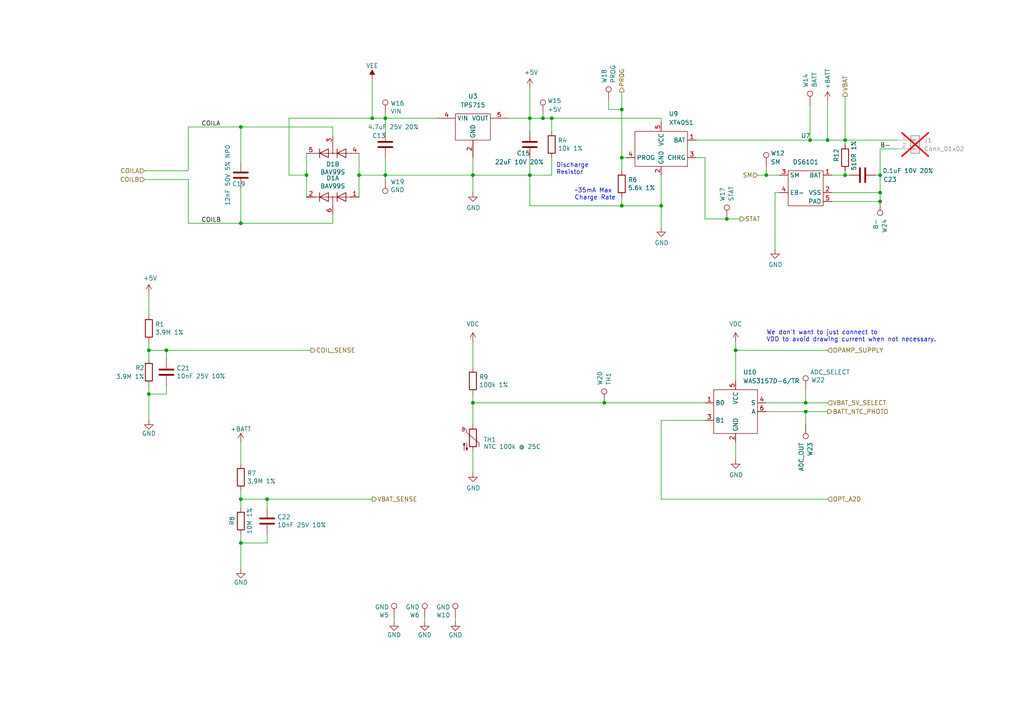
<source format=kicad_sch>
(kicad_sch (version 20250114) (generator "eeschema") (generator_version "9.0")
  (paper "A4")
  (title_block (title "Pixels D20 Schematic, Main") (date "2022-08-26") (rev "13") (company "Systemic Games, LLC") (comment 1 "Wireless Charging Circuitry"))
  (lib_symbols
    (symbol "Connector_Generic:Conn_01x02" (pin_names (offset 1.016) (hide yes))
      (property "Reference" "J" (at 0 2.54 0))
      (property "Value" "Conn_01x02" (at 0 -5.08 0))
      (symbol "Conn_01x02_1_1"
        (rectangle (start -1.27 1.27) (end 1.27 -3.81) (stroke (width 0.254)) (fill (type background)))
        (rectangle (start -1.27 0.127) (end 0 -0.127) (stroke (width 0.1524)))
        (rectangle (start -1.27 -2.413) (end 0 -2.667) (stroke (width 0.1524)))
        (pin passive line (at -5.08 0 0) (length 3.81) (name "Pin_1") (number "1"))
        (pin passive line (at -5.08 -2.54 0) (length 3.81) (name "Pin_2") (number "2"))
      )
    )
    (symbol "Device:C" (pin_numbers (hide yes)) (pin_names (offset 0.254))
      (property "Reference" "C" (at 0.635 2.54 0))
      (property "Value" "C" (at 0.635 -2.54 0))
      (symbol "C_0_1"
        (polyline (pts (xy -2.032 0.762) (xy 2.032 0.762)) (stroke (width 0.508)))
        (polyline (pts (xy -2.032 -0.762) (xy 2.032 -0.762)) (stroke (width 0.508)))
      )
      (symbol "C_1_1"
        (pin passive line (at 0 3.81 270) (length 2.794) (name "~") (number "1"))
        (pin passive line (at 0 -3.81 90) (length 2.794) (name "~") (number "2"))
      )
    )
    (symbol "Device:R" (pin_numbers (hide yes)) (pin_names (offset 0))
      (property "Reference" "R" (at 2.032 0 90))
      (property "Value" "R" (at 0 0 90))
      (symbol "R_0_1"
        (rectangle (start -1.016 -2.54) (end 1.016 2.54) (stroke (width 0.254)))
      )
      (symbol "R_1_1"
        (pin passive line (at 0 3.81 270) (length 1.27) (name "~") (number "1"))
        (pin passive line (at 0 -3.81 90) (length 1.27) (name "~") (number "2"))
      )
    )
    (symbol "Device:Thermistor_NTC" (pin_numbers (hide yes)) (pin_names (offset 0))
      (property "Reference" "TH" (at -4.445 0 90))
      (property "Value" "Thermistor_NTC" (at 3.175 0 90))
      (symbol "Thermistor_NTC_0_1"
        (arc (start -3.175 2.413) (mid -3.0506 2.3165) (end -3.048 2.159))
        (arc (start -3.048 2.794) (mid -2.9736 2.9736) (end -2.794 3.048))
        (arc (start -2.794 3.048) (mid -2.6144 2.9736) (end -2.54 2.794))
        (arc (start -2.794 2.54) (mid -2.9736 2.6144) (end -3.048 2.794))
        (arc (start -2.794 1.905) (mid -2.9736 1.9794) (end -3.048 2.159))
        (arc (start -2.54 2.159) (mid -2.6144 1.9794) (end -2.794 1.905))
        (arc (start -2.159 2.794) (mid -2.434 2.5608) (end -2.794 2.54))
        (polyline (pts (xy -2.54 2.159) (xy -2.54 2.794)))
        (polyline (pts (xy -2.54 -3.683) (xy -2.54 -1.397) (xy -2.794 -2.159) (xy -2.286 -2.159) (xy -2.54 -1.397) (xy -2.54 -1.651)) (fill (type outline)))
        (polyline (pts (xy -1.778 2.54) (xy -1.778 1.524) (xy 1.778 -1.524) (xy 1.778 -2.54)))
        (polyline (pts (xy -1.778 -1.397) (xy -1.778 -3.683) (xy -2.032 -2.921) (xy -1.524 -2.921) (xy -1.778 -3.683) (xy -1.778 -3.429)) (fill (type outline)))
        (rectangle (start -1.016 2.54) (end 1.016 -2.54) (stroke (width 0.254)))
      )
      (symbol "Thermistor_NTC_1_1"
        (pin passive line (at 0 3.81 270) (length 1.27) (name "~") (number "1"))
        (pin passive line (at 0 -3.81 90) (length 1.27) (name "~") (number "2"))
      )
    )
    (symbol "Pixels-dice:BAV99S-diode" (pin_names (offset 0.0254) (hide yes))
      (property "Reference" "D" (at 0 2.54 0))
      (property "Value" "BAV99S-diode" (at 0 5.08 0))
      (symbol "BAV99S-diode_0_1"
        (polyline (pts (xy -5.08 0) (xy 5.08 0)))
        (polyline (pts (xy -3.81 1.27) (xy -1.27 0) (xy -3.81 -1.27) (xy -3.81 1.27) (xy -3.81 1.27) (xy -3.81 1.27)) (stroke (width 0.2032)))
        (polyline (pts (xy -1.27 -1.27) (xy -1.27 1.27) (xy -1.27 1.27)) (stroke (width 0.2032)))
        (polyline (pts (xy 0 0) (xy 0 -2.54)))
        (circle (center 0 0) (radius 0.127))
        (polyline (pts (xy 1.27 1.27) (xy 3.81 0) (xy 1.27 -1.27) (xy 1.27 1.27) (xy 1.27 1.27) (xy 1.27 1.27)) (stroke (width 0.2032)))
        (polyline (pts (xy 3.81 1.27) (xy 3.81 -1.27) (xy 3.81 -1.27)) (stroke (width 0.2032)))
      )
      (symbol "BAV99S-diode_1_1"
        (polyline (pts (xy 6.35 0) (xy 7.62 0)))
        (pin passive line (at -7.62 0 0) (length 2.54) (name "A1") (number "1"))
        (pin passive line (at 0 -5.08 90) (length 2.54) (name "K3A4") (number "6"))
        (pin passive line (at 7.62 0 180) (length 2.54) (name "K2") (number "2"))
      )
      (symbol "BAV99S-diode_2_1"
        (polyline (pts (xy 6.35 0) (xy 7.62 0)))
        (pin passive line (at -7.62 0 0) (length 2.54) (name "A3") (number "4"))
        (pin passive line (at 0 -5.08 90) (length 2.54) (name "K1A2") (number "3"))
        (pin passive line (at 7.62 0 180) (length 2.54) (name "K4") (number "5"))
      )
    )
    (symbol "Pixels-dice:DS6101"
      (property "Reference" "U" (at 3.556 -6.35 0))
      (property "Value" "DS6101" (at 0 0 0))
      (symbol "DS6101_0_1"
        (rectangle (start -5.08 5.08) (end 5.08 -5.08))
      )
      (symbol "DS6101_1_1"
        (pin input line (at -7.62 3.81 0) (length 2.54) (name "SM") (number "3"))
        (pin input line (at -7.62 -1.27 0) (length 2.54) (name "EB-") (number "4"))
        (pin power_in line (at 7.62 3.81 180) (length 2.54) (name "BAT") (number "1"))
        (pin power_in line (at 7.62 -1.27 180) (length 2.54) (name "VSS") (number "2"))
        (pin free line (at 7.62 -3.81 180) (length 2.54) (name "PAD") (number "5"))
      )
    )
    (symbol "Pixels-dice:TEST_1P-conn" (pin_numbers (hide yes)) (pin_names (offset 0.762) (hide yes))
      (property "Reference" "W" (at 0 6.858 0))
      (property "Value" "TEST_1P-conn" (at 0 5.08 0))
      (symbol "TEST_1P-conn_0_1"
        (circle (center 0 3.302) (radius 0.762))
      )
      (symbol "TEST_1P-conn_1_1"
        (pin passive line (at 0 0 90) (length 2.54) (name "1") (number "1"))
      )
    )
    (symbol "Pixels-dice:TPS715"
      (property "Reference" "U" (at 3.048 -5.08 0))
      (property "Value" "TPS715" (at -0.254 5.08 0))
      (symbol "TPS715_0_1"
        (rectangle (start -5.08 3.81) (end 5.08 -3.81))
      )
      (symbol "TPS715_1_1"
        (pin power_in line (at -10.16 2.54 0) (length 5.08) (name "VIN") (number "4"))
        (pin power_in line (at 0 -8.89 90) (length 5.08) (name "GND") (number "2"))
        (pin power_out line (at 10.16 2.54 180) (length 5.08) (name "VOUT") (number "5"))
      )
    )
    (symbol "Pixels-dice:WAS3157D-6/TR"
      (property "Reference" "U" (at 3.81 -7.874 0))
      (property "Value" "WAS3157D-6/TR" (at 12.954 7.62 0))
      (symbol "WAS3157D-6/TR_0_1"
        (rectangle (start -6.35 6.35) (end 6.35 -6.35))
      )
      (symbol "WAS3157D-6/TR_1_1"
        (pin bidirectional line (at -8.89 2.54 0) (length 2.54) (name "B0") (number "1"))
        (pin bidirectional line (at -8.89 -2.54 0) (length 2.54) (name "B1") (number "3"))
        (pin power_in line (at 0 8.89 270) (length 2.54) (name "VCC") (number "5"))
        (pin power_in line (at 0 -8.89 90) (length 2.54) (name "GND") (number "2"))
        (pin input line (at 8.89 2.54 180) (length 2.54) (name "S") (number "4"))
        (pin bidirectional line (at 8.89 0 180) (length 2.54) (name "A") (number "6"))
      )
    )
    (symbol "Pixels-dice:XT4051"
      (property "Reference" "U" (at 5.334 -6.35 0))
      (property "Value" "XT4051" (at 0 1.27 0))
      (symbol "XT4051_0_1"
        (rectangle (start -7.62 5.08) (end 7.62 -5.08))
      )
      (symbol "XT4051_1_1"
        (pin input line (at -10.16 -2.54 0) (length 2.54) (name "PROG") (number "4"))
        (pin power_in line (at 0 7.62 270) (length 2.54) (name "VCC") (number "5"))
        (pin power_in line (at 0 -7.62 90) (length 2.54) (name "GND") (number "2"))
        (pin power_out line (at 10.16 2.54 180) (length 2.54) (name "BAT") (number "1"))
        (pin output line (at 10.16 -2.54 180) (length 2.54) (name "CHRG") (number "3"))
      )
    )
    (symbol "power:+5V" (power) (pin_names (offset 0))
      (property "Value" "+5V" (at 0 3.556 0))
      (symbol "+5V_0_1"
        (polyline (pts (xy -0.762 1.27) (xy 0 2.54)))
        (polyline (pts (xy 0 2.54) (xy 0.762 1.27)))
        (polyline (pts (xy 0 0) (xy 0 2.54)))
      )
      (symbol "+5V_1_1"
        (pin power_in line (at 0 0 90) (length 0) (hide yes) (name "+5V") (number "1"))
      )
    )
    (symbol "power:+BATT" (power) (pin_names (offset 0))
      (property "Value" "+BATT" (at 0 3.556 0))
      (symbol "+BATT_0_1"
        (polyline (pts (xy -0.762 1.27) (xy 0 2.54)))
        (polyline (pts (xy 0 2.54) (xy 0.762 1.27)))
        (polyline (pts (xy 0 0) (xy 0 2.54)))
      )
      (symbol "+BATT_1_1"
        (pin power_in line (at 0 0 90) (length 0) (hide yes) (name "+BATT") (number "1"))
      )
    )
    (symbol "power:GND" (power) (pin_names (offset 0))
      (property "Value" "GND" (at 0 -3.81 0))
      (symbol "GND_0_1"
        (polyline (pts (xy 0 0) (xy 0 -1.27) (xy 1.27 -1.27) (xy 0 -2.54) (xy -1.27 -1.27) (xy 0 -1.27)))
      )
      (symbol "GND_1_1"
        (pin power_in line (at 0 0 270) (length 0) (hide yes) (name "GND") (number "1"))
      )
    )
    (symbol "power:VDC" (power) (pin_numbers (hide yes)) (pin_names (offset 0) (hide yes))
      (property "Value" "VDC" (at 0 3.556 0))
      (symbol "VDC_0_1"
        (polyline (pts (xy -0.762 1.27) (xy 0 2.54)))
        (polyline (pts (xy 0 2.54) (xy 0.762 1.27)))
        (polyline (pts (xy 0 0) (xy 0 2.54)))
      )
      (symbol "VDC_1_1"
        (pin power_in line (at 0 0 90) (length 0) (name "~") (number "1"))
      )
    )
    (symbol "power:VEE" (power) (pin_names (offset 0))
      (property "Value" "VEE" (at 0 3.81 0))
      (symbol "VEE_0_1"
        (polyline (pts (xy 0 0) (xy 0 2.54)))
        (polyline (pts (xy 0.762 1.27) (xy -0.762 1.27) (xy 0 2.54) (xy 0.762 1.27)) (fill (type outline)))
      )
      (symbol "VEE_1_1"
        (pin power_in line (at 0 0 90) (length 0) (hide yes) (name "VEE") (number "1"))
      )
    )
  )
  (text "We don't want to just connect to\nVDD to avoid drawing current when not necessary." (at 222.25 99.314 0) (effects (font (size 1.27 1.27)) (justify left bottom)))
  (text "~35mA Max\nCharge Rate" (at 166.624 58.166 0) (effects (font (size 1.27 1.27)) (justify left bottom)))
  (text "Discharge\nResistor" (at 161.29 50.8 0) (effects (font (size 1.27 1.27)) (justify left bottom)))
  (junction (at 88.9 50.8))
  (junction (at 245.11 40.64))
  (junction (at 255.27 50.8))
  (junction (at 43.18 101.6))
  (junction (at 43.18 114.3))
  (junction (at 191.77 59.69))
  (junction (at 255.27 58.42))
  (junction (at 77.47 144.78))
  (junction (at 160.02 34.29))
  (junction (at 180.34 45.72))
  (junction (at 180.34 31.75))
  (junction (at 153.67 50.8))
  (junction (at 240.03 40.64))
  (junction (at 137.16 50.8))
  (junction (at 111.76 50.8))
  (junction (at 69.85 36.83))
  (junction (at 137.16 116.84))
  (junction (at 175.26 116.84))
  (junction (at 111.76 34.29))
  (junction (at 255.27 55.88))
  (junction (at 233.68 119.38))
  (junction (at 233.68 116.84))
  (junction (at 69.85 157.48))
  (junction (at 48.26 101.6))
  (junction (at 234.95 40.64))
  (junction (at 153.67 34.29))
  (junction (at 69.85 64.77))
  (junction (at 213.36 101.6))
  (junction (at 157.48 34.29))
  (junction (at 245.11 50.8))
  (junction (at 69.85 144.78))
  (junction (at 104.14 50.8))
  (junction (at 210.82 63.5))
  (junction (at 107.95 34.29))
  (junction (at 222.25 50.8))
  (junction (at 180.34 59.69))
  (wire (pts (xy 245.11 40.64) (xy 245.11 41.91)))
  (wire (pts (xy 160.02 45.72) (xy 160.02 50.8)))
  (wire (pts (xy 153.67 59.69) (xy 180.34 59.69)))
  (wire (pts (xy 245.11 50.8) (xy 241.3 50.8)))
  (wire (pts (xy 213.36 101.6) (xy 213.36 110.49)))
  (wire (pts (xy 233.68 119.38) (xy 240.03 119.38)))
  (wire (pts (xy 69.85 64.77) (xy 54.61 64.77)))
  (wire (pts (xy 234.95 40.64) (xy 240.03 40.64)))
  (wire (pts (xy 77.47 157.48) (xy 69.85 157.48)))
  (wire (pts (xy 43.18 111.76) (xy 43.18 114.3)))
  (wire (pts (xy 191.77 144.78) (xy 240.03 144.78)))
  (wire (pts (xy 153.67 50.8) (xy 153.67 59.69)))
  (wire (pts (xy 222.25 116.84) (xy 233.68 116.84)))
  (wire (pts (xy 255.27 43.18) (xy 260.35 43.18)))
  (wire (pts (xy 111.76 34.29) (xy 127 34.29)))
  (wire (pts (xy 147.32 34.29) (xy 153.67 34.29)))
  (wire (pts (xy 157.48 33.02) (xy 157.48 34.29)))
  (wire (pts (xy 204.47 63.5) (xy 210.82 63.5)))
  (wire (pts (xy 43.18 91.44) (xy 43.18 85.09)))
  (wire (pts (xy 132.08 179.0943) (xy 132.08 180.3643)))
  (wire (pts (xy 69.85 36.83) (xy 54.61 36.83)))
  (wire (pts (xy 123.19 179.07) (xy 123.19 180.34)))
  (wire (pts (xy 160.02 34.29) (xy 160.02 38.1)))
  (wire (pts (xy 245.11 27.94) (xy 245.11 40.64)))
  (wire (pts (xy 153.67 25.4) (xy 153.67 34.29)))
  (wire (pts (xy 245.11 40.64) (xy 240.03 40.64)))
  (wire (pts (xy 54.61 64.77) (xy 54.61 52.07)))
  (wire (pts (xy 88.9 44.45) (xy 88.9 50.8)))
  (wire (pts (xy 153.67 50.8) (xy 153.67 45.72)))
  (wire (pts (xy 254 50.8) (xy 255.27 50.8)))
  (wire (pts (xy 160.02 34.29) (xy 191.77 34.29)))
  (wire (pts (xy 180.34 26.67) (xy 180.34 31.75)))
  (wire (pts (xy 234.95 30.48) (xy 234.95 40.64)))
  (wire (pts (xy 204.47 45.72) (xy 204.47 63.5)))
  (wire (pts (xy 43.18 99.06) (xy 43.18 101.6)))
  (wire (pts (xy 54.61 49.53) (xy 41.91 49.53)))
  (wire (pts (xy 43.18 114.3) (xy 43.18 121.92)))
  (wire (pts (xy 43.18 104.14) (xy 43.18 101.6)))
  (wire (pts (xy 137.16 99.06) (xy 137.16 106.68)))
  (wire (pts (xy 54.61 36.83) (xy 54.61 49.53)))
  (wire (pts (xy 88.9 50.8) (xy 88.9 57.15)))
  (wire (pts (xy 114.3 179.07) (xy 114.3 180.34)))
  (wire (pts (xy 157.48 34.29) (xy 160.02 34.29)))
  (wire (pts (xy 104.14 44.45) (xy 104.14 50.8)))
  (wire (pts (xy 137.16 50.8) (xy 153.67 50.8)))
  (wire (pts (xy 255.27 55.88) (xy 241.3 55.88)))
  (wire (pts (xy 104.14 50.8) (xy 104.14 57.15)))
  (wire (pts (xy 111.76 33.02) (xy 111.76 34.29)))
  (wire (pts (xy 77.47 144.78) (xy 69.85 144.78)))
  (wire (pts (xy 240.03 101.6) (xy 213.36 101.6)))
  (wire (pts (xy 77.47 154.94) (xy 77.47 157.48)))
  (wire (pts (xy 48.26 111.76) (xy 48.26 114.3)))
  (wire (pts (xy 137.16 116.84) (xy 175.26 116.84)))
  (wire (pts (xy 222.25 119.38) (xy 233.68 119.38)))
  (wire (pts (xy 233.68 119.38) (xy 233.68 123.19)))
  (wire (pts (xy 43.18 101.6) (xy 48.26 101.6)))
  (wire (pts (xy 137.16 114.3) (xy 137.16 116.84)))
  (wire (pts (xy 176.53 29.21) (xy 176.53 31.75)))
  (wire (pts (xy 245.11 50.8) (xy 246.38 50.8)))
  (wire (pts (xy 96.52 62.23) (xy 96.52 64.77)))
  (wire (pts (xy 111.76 34.29) (xy 111.76 38.1)))
  (wire (pts (xy 137.16 50.8) (xy 137.16 55.88)))
  (wire (pts (xy 204.47 45.72) (xy 201.93 45.72)))
  (wire (pts (xy 233.68 116.84) (xy 240.03 116.84)))
  (wire (pts (xy 137.16 130.81) (xy 137.16 137.16)))
  (wire (pts (xy 213.36 99.06) (xy 213.36 101.6)))
  (wire (pts (xy 69.85 144.78) (xy 69.85 147.32)))
  (wire (pts (xy 180.34 59.69) (xy 191.77 59.69)))
  (wire (pts (xy 176.53 31.75) (xy 180.34 31.75)))
  (wire (pts (xy 69.85 128.27) (xy 69.85 134.62)))
  (wire (pts (xy 222.25 50.8) (xy 226.06 50.8)))
  (wire (pts (xy 69.85 154.94) (xy 69.85 157.48)))
  (wire (pts (xy 77.47 144.78) (xy 107.95 144.78)))
  (wire (pts (xy 175.26 116.84) (xy 204.47 116.84)))
  (wire (pts (xy 240.03 29.21) (xy 240.03 40.64)))
  (wire (pts (xy 48.26 101.6) (xy 90.17 101.6)))
  (wire (pts (xy 69.85 54.61) (xy 69.85 64.77)))
  (wire (pts (xy 111.76 50.8) (xy 104.14 50.8)))
  (wire (pts (xy 241.3 58.42) (xy 255.27 58.42)))
  (wire (pts (xy 191.77 35.56) (xy 191.77 34.29)))
  (wire (pts (xy 222.25 48.26) (xy 222.25 50.8)))
  (wire (pts (xy 48.26 104.14) (xy 48.26 101.6)))
  (wire (pts (xy 191.77 50.8) (xy 191.77 59.69)))
  (wire (pts (xy 213.36 128.27) (xy 213.36 133.35)))
  (wire (pts (xy 233.68 113.03) (xy 233.68 116.84)))
  (wire (pts (xy 224.79 55.88) (xy 224.79 72.39)))
  (wire (pts (xy 210.82 63.5) (xy 214.63 63.5)))
  (wire (pts (xy 153.67 34.29) (xy 153.67 38.1)))
  (wire (pts (xy 83.82 34.29) (xy 107.95 34.29)))
  (wire (pts (xy 137.16 45.72) (xy 137.16 50.8)))
  (wire (pts (xy 54.61 52.07) (xy 41.91 52.07)))
  (wire (pts (xy 69.85 36.83) (xy 96.52 36.83)))
  (wire (pts (xy 88.9 50.8) (xy 83.82 50.8)))
  (wire (pts (xy 77.47 144.78) (xy 77.47 147.32)))
  (wire (pts (xy 48.26 114.3) (xy 43.18 114.3)))
  (wire (pts (xy 219.71 50.8) (xy 222.25 50.8)))
  (wire (pts (xy 180.34 31.75) (xy 180.34 45.72)))
  (wire (pts (xy 181.61 45.72) (xy 180.34 45.72)))
  (wire (pts (xy 111.76 52.07) (xy 111.76 50.8)))
  (wire (pts (xy 160.02 50.8) (xy 153.67 50.8)))
  (wire (pts (xy 69.85 142.24) (xy 69.85 144.78)))
  (wire (pts (xy 255.27 58.42) (xy 255.27 55.88)))
  (wire (pts (xy 153.67 34.29) (xy 157.48 34.29)))
  (wire (pts (xy 245.11 40.64) (xy 260.35 40.64)))
  (wire (pts (xy 191.77 144.78) (xy 191.77 121.92)))
  (wire (pts (xy 201.93 40.64) (xy 234.95 40.64)))
  (wire (pts (xy 83.82 50.8) (xy 83.82 34.29)))
  (wire (pts (xy 69.85 157.48) (xy 69.85 165.1)))
  (wire (pts (xy 107.95 22.86) (xy 107.95 34.29)))
  (wire (pts (xy 111.76 45.72) (xy 111.76 50.8)))
  (wire (pts (xy 191.77 121.92) (xy 204.47 121.92)))
  (wire (pts (xy 111.76 50.8) (xy 137.16 50.8)))
  (wire (pts (xy 96.52 39.37) (xy 96.52 36.83)))
  (wire (pts (xy 180.34 45.72) (xy 180.34 49.53)))
  (wire (pts (xy 180.34 57.15) (xy 180.34 59.69)))
  (wire (pts (xy 69.85 46.99) (xy 69.85 36.83)))
  (wire (pts (xy 191.77 59.69) (xy 191.77 66.04)))
  (wire (pts (xy 224.79 55.88) (xy 226.06 55.88)))
  (wire (pts (xy 245.11 49.53) (xy 245.11 50.8)))
  (wire (pts (xy 255.27 50.8) (xy 255.27 55.88)))
  (wire (pts (xy 255.27 43.18) (xy 255.27 50.8)))
  (wire (pts (xy 107.95 34.29) (xy 111.76 34.29)))
  (wire (pts (xy 137.16 116.84) (xy 137.16 123.19)))
  (wire (pts (xy 69.85 64.77) (xy 96.52 64.77)))
  (label "COILB" (at 58.42 64.77 0))
  (label "COILA" (at 58.42 36.83 0))
  (label "B-" (at 255.27 43.18 0))
  (hierarchical_label "PROG" (shape output) (at 180.34 26.67 90))
  (hierarchical_label "COILA" (shape input) (at 41.91 49.53 180))
  (hierarchical_label "VBAT_5V_SELECT" (shape input) (at 240.03 116.84 0))
  (hierarchical_label "VBAT" (shape output) (at 245.11 27.94 90))
  (hierarchical_label "OPT_A2D" (shape input) (at 240.03 144.78 0))
  (hierarchical_label "SM" (shape input) (at 219.71 50.8 180))
  (hierarchical_label "VBAT_SENSE" (shape output) (at 107.95 144.78 0))
  (hierarchical_label "COIL_SENSE" (shape output) (at 90.17 101.6 0))
  (hierarchical_label "STAT" (shape output) (at 214.63 63.5 0))
  (hierarchical_label "COILB" (shape input) (at 41.91 52.07 180))
  (hierarchical_label "BATT_NTC_PHOTO" (shape output) (at 240.03 119.38 0))
  (hierarchical_label "OPAMP_SUPPLY" (shape input) (at 240.03 101.6 0))
  (symbol (lib_id "power:GND") (at 224.79 72.39 0) (unit 1)
    (property "Reference" "#PWR052" (effects (hide yes)))
    (property "Value" "GND" (at 224.917 76.7842 0))
  )
  (symbol (lib_id "Pixels-dice:TPS715") (at 137.16 36.83 0) (unit 1)
    (property "Reference" "U3" (at 137.16 27.94 0))
    (property "Value" "TPS715" (at 137.16 30.48 0))
    (property "Footprint" "Package_TO_SOT_SMD:SOT-353_SC-70-5" (effects (hide yes)))
    (property "Manufacturer" "TECH PUBLIC" (effects (hide yes)))
    (property "Part Number" "TPS71550DCKR-TP" (effects (hide yes)))
    (property "Alternate Manufacturer" "Texas Instruments" (effects (hide yes)))
    (property "Alternate PN" "TPS71550DCKR" (effects (hide yes)))
    (property "Alternate LCSC Part #" "C571193" (effects (hide yes)))
    (property "LCSC Part #" "C7202975" (effects (hide yes)))
  )
  (symbol (lib_id "Pixels-dice:TEST_1P-conn") (at 233.68 123.19 180) (unit 1) (in_bom no)
    (property "Reference" "W23" (at 234.95 128.27 90) (effects (justify left)))
    (property "Value" "ADC_OUT" (at 232.41 128.27 90) (effects (justify left)))
    (property "Footprint" "Pixels-dice:TEST_PIN" (effects (hide yes)))
    (property "Generic OK" "N/A" (effects (hide yes)))
  )
  (symbol (lib_id "Device:C") (at 111.76 41.91 0) (unit 1)
    (property "Reference" "C13" (at 107.95 39.37 0) (effects (justify left)))
    (property "Value" "4.7uF 25V 20%" (at 106.68 36.83 0) (effects (justify left)))
    (property "Footprint" "Capacitor_SMD:C_0402_1005Metric" (effects (hide yes)))
    (property "Generic OK" "YES" (effects (hide yes)))
    (property "Manufacturer" "HRE" (effects (hide yes)))
    (property "Part Number" "CGA0402X5R475M250GT" (effects (hide yes)))
    (property "LCSC Part #" "C6119795" (effects (hide yes)))
  )
  (symbol (lib_id "Device:R") (at 137.16 110.49 0) (unit 1)
    (property "Reference" "R9" (at 138.938 109.3216 0) (effects (justify left)))
    (property "Value" "100k 1%" (at 138.938 111.633 0) (effects (justify left)))
    (property "Footprint" "Resistor_SMD:R_0201_0603Metric" (effects (hide yes)))
    (property "Generic OK" "YES" (effects (hide yes)))
    (property "Manufacturer" "UNI-ROYAL(Uniroyal Elec)" (effects (hide yes)))
    (property "Part Number" "0201WMF1003TEE" (effects (hide yes)))
    (property "LCSC Part #" "C270364" (effects (hide yes)))
  )
  (symbol (lib_id "Pixels-dice:TEST_1P-conn") (at 111.76 33.02 0) (unit 1) (in_bom no)
    (property "Reference" "W16" (at 113.2332 29.972 0) (effects (justify left)))
    (property "Value" "VIN" (at 113.2332 32.2834 0) (effects (justify left)))
    (property "Footprint" "Pixels-dice:TEST_PIN" (effects (hide yes)))
    (property "Generic OK" "N/A" (effects (hide yes)))
  )
  (symbol (lib_id "Device:R") (at 160.02 41.91 0) (unit 1)
    (property "Reference" "R4" (at 161.798 40.7416 0) (effects (justify left)))
    (property "Value" "10k 1%" (at 161.798 43.053 0) (effects (justify left)))
    (property "Footprint" "Resistor_SMD:R_0201_0603Metric" (effects (hide yes)))
    (property "Generic OK" "YES" (effects (hide yes)))
    (property "Manufacturer" "UNI-ROYAL(Uniroyal Elec)" (effects (hide yes)))
    (property "Part Number" "0201WMF1002TEE" (effects (hide yes)))
    (property "LCSC Part #" "C473048" (effects (hide yes)))
  )
  (symbol (lib_id "Device:Thermistor_NTC") (at 137.16 127 0) (unit 1)
    (property "Reference" "TH1" (at 140.208 127.508 0) (effects (justify left)))
    (property "Value" "NTC 100k @ 25C" (at 140.208 129.54 0) (effects (justify left)))
    (property "Footprint" "Pixels-dice:R_0402_1005Metric" (effects (hide yes)))
    (property "Generic OK" "NO" (effects (hide yes)))
    (property "Manufacturer" "TDK" (effects (hide yes)))
    (property "Part Number" "NTCG104EF104FT1X" (effects (hide yes)))
    (property "LCSC Part #" "C107344" (effects (hide yes)))
  )
  (symbol (lib_id "power:VEE") (at 107.95 22.86 0) (unit 1)
    (property "Reference" "#PWR032" (effects (hide yes)))
    (property "Value" "VEE" (at 107.95 19.05 0))
  )
  (symbol (lib_id "power:+5V") (at 43.18 85.09 0) (unit 1)
    (property "Reference" "#PWR057" (effects (hide yes)))
    (property "Value" "+5V" (at 43.561 80.6958 0))
  )
  (symbol (lib_id "Device:C") (at 69.85 50.8 0) (unit 1)
    (property "Reference" "C19" (at 67.31 53.34 0) (effects (justify left)))
    (property "Value" "12nF 50V 5% NP0" (at 66.04 59.69 90) (effects (justify left)))
    (property "Footprint" "Capacitor_SMD:C_0805_2012Metric" (effects (hide yes)))
    (property "Generic OK" "NO" (effects (hide yes)))
    (property "Manufacturer" "Murata" (effects (hide yes)))
    (property "Part Number" "GRM2195C1H123JA01D" (effects (hide yes)))
    (property "LCSC Part #" "C97906" (effects (hide yes)))
  )
  (symbol (lib_id "Device:C") (at 250.19 50.8 90) (unit 1)
    (property "Reference" "C23" (at 260.096 52.07 90) (effects (justify left)))
    (property "Value" "0.1uF 10V 20%" (at 270.764 49.53 90) (effects (justify left)))
    (property "Footprint" "Capacitor_SMD:C_0201_0603Metric" (effects (hide yes)))
    (property "Generic OK" "YES" (effects (hide yes)))
    (property "Manufacturer" "HRE" (effects (hide yes)))
    (property "Part Number" "CGA0201X5R104K100ET" (effects (hide yes)))
    (property "LCSC Part #" "C6119757" (effects (hide yes)))
  )
  (symbol (lib_id "Device:R") (at 180.34 53.34 0) (unit 1)
    (property "Reference" "R6" (at 182.118 52.1716 0) (effects (justify left)))
    (property "Value" "5.6k 1%" (at 182.118 54.483 0) (effects (justify left)))
    (property "Footprint" "Resistor_SMD:R_0201_0603Metric" (effects (hide yes)))
    (property "Generic OK" "YES" (effects (hide yes)))
    (property "Manufacturer" "UNI-ROYAL(Uniroyal Elec)" (effects (hide yes)))
    (property "Part Number" "NQ01WMJ0562TEE" (effects (hide yes)))
    (property "LCSC Part #" "C965305" (effects (hide yes)))
  )
  (symbol (lib_id "Pixels-dice:TEST_1P-conn") (at 255.27 58.42 180) (unit 1) (in_bom no)
    (property "Reference" "W24" (at 256.54 63.5 90) (effects (justify left)))
    (property "Value" "B-" (at 254 63.5 90) (effects (justify left)))
    (property "Footprint" "Pixels-dice:TEST_PIN" (effects (hide yes)))
    (property "Generic OK" "N/A" (effects (hide yes)))
  )
  (symbol (lib_id "Device:R") (at 69.85 138.43 0) (unit 1)
    (property "Reference" "R7" (at 71.628 137.2616 0) (effects (justify left)))
    (property "Value" "3.9M 1%" (at 71.628 139.573 0) (effects (justify left)))
    (property "Footprint" "Resistor_SMD:R_0201_0603Metric" (effects (hide yes)))
    (property "Generic OK" "YES" (effects (hide yes)))
    (property "Manufacturer" "UNI-ROYAL(Uniroyal Elec)" (effects (hide yes)))
    (property "Part Number" "0201WMF3904TEE" (effects (hide yes)))
    (property "Alternate Manufacturer" "RALEC" (effects (hide yes)))
    (property "Alternate PN" "RTT013904FTH" (effects (hide yes)))
    (property "Alternate LCSC Part #" "C166210" (effects (hide yes)))
    (property "LCSC Part #" "C423545" (effects (hide yes)))
  )
  (symbol (lib_id "power:+BATT") (at 69.85 128.27 0) (unit 1)
    (property "Reference" "#PWR058" (effects (hide yes)))
    (property "Value" "+BATT" (at 69.85 124.46 0))
  )
  (symbol (lib_id "power:GND") (at 132.08 180.3643 0) (unit 1)
    (property "Reference" "#PWR074" (effects (hide yes)))
    (property "Value" "GND" (at 132.08 184.1743 0))
  )
  (symbol (lib_id "Device:R") (at 69.85 151.13 0) (unit 1)
    (property "Reference" "R8" (at 67.31 152.4 90) (effects (justify left)))
    (property "Value" "10M 1%" (at 72.39 154.94 90) (effects (justify left)))
    (property "Footprint" "Resistor_SMD:R_0201_0603Metric" (effects (hide yes)))
    (property "Generic OK" "YES" (effects (hide yes)))
    (property "Manufacturer" "UNI-ROYAL(Uniroyal Elec)" (effects (hide yes)))
    (property "Part Number" "0201WMF1005TEE" (effects (hide yes)))
    (property "LCSC Part #" "C423797" (effects (hide yes)))
  )
  (symbol (lib_id "power:VDC") (at 213.36 99.06 0) (unit 1)
    (property "Reference" "#PWR013" (effects (hide yes)))
    (property "Value" "VDC" (at 213.36 93.98 0))
    (property "Description" "Power symbol creates a global label with name \"VDC\"" (effects (hide yes)))
  )
  (symbol (lib_id "Device:R") (at 43.18 95.25 0) (unit 1)
    (property "Reference" "R1" (at 44.958 94.0816 0) (effects (justify left)))
    (property "Value" "3.9M 1%" (at 44.958 96.393 0) (effects (justify left)))
    (property "Footprint" "Resistor_SMD:R_0201_0603Metric" (effects (hide yes)))
    (property "Generic OK" "YES" (effects (hide yes)))
    (property "Manufacturer" "UNI-ROYAL(Uniroyal Elec)" (effects (hide yes)))
    (property "Part Number" "0201WMF3904TEE" (effects (hide yes)))
    (property "Alternate Manufacturer" "RALEC" (effects (hide yes)))
    (property "Alternate PN" "RTT013904FTH" (effects (hide yes)))
    (property "Alternate LCSC Part #" "C166210" (effects (hide yes)))
    (property "LCSC Part #" "C423545" (effects (hide yes)))
  )
  (symbol (lib_id "Device:R") (at 43.18 107.95 180) (unit 1)
    (property "Reference" "R2" (at 41.91 106.68 0) (effects (justify left)))
    (property "Value" "3.9M 1%" (at 41.91 109.22 0) (effects (justify left)))
    (property "Footprint" "Resistor_SMD:R_0201_0603Metric" (effects (hide yes)))
    (property "Generic OK" "YES" (effects (hide yes)))
    (property "Manufacturer" "UNI-ROYAL(Uniroyal Elec)" (effects (hide yes)))
    (property "Part Number" "0201WMF3904TEE" (effects (hide yes)))
    (property "Alternate Manufacturer" "RALEC" (effects (hide yes)))
    (property "Alternate PN" "RTT013904FTH" (effects (hide yes)))
    (property "Alternate LCSC Part #" "C166210" (effects (hide yes)))
    (property "LCSC Part #" "C423545" (effects (hide yes)))
  )
  (symbol (lib_id "power:GND") (at 69.85 165.1 0) (unit 1)
    (property "Reference" "#PWR060" (effects (hide yes)))
    (property "Value" "GND" (at 69.85 168.91 0))
  )
  (symbol (lib_id "Pixels-dice:TEST_1P-conn") (at 132.08 179.0943 0) (unit 1) (in_bom no)
    (property "Reference" "W10" (at 130.6068 178.4085 0) (effects (justify right)))
    (property "Value" "GND" (at 130.6068 176.0971 0) (effects (justify right)))
    (property "Footprint" "Pixels-dice:TEST_PIN" (effects (hide yes)))
    (property "Generic OK" "N/A" (effects (hide yes)))
  )
  (symbol (lib_id "power:+5V") (at 153.67 25.4 0) (unit 1)
    (property "Reference" "#PWR040" (effects (hide yes)))
    (property "Value" "+5V" (at 154.051 21.0058 0))
  )
  (symbol (lib_id "Device:C") (at 77.47 151.13 0) (unit 1)
    (property "Reference" "C22" (at 80.391 149.9616 0) (effects (justify left)))
    (property "Value" "10nF 25V 10%" (at 80.391 152.273 0) (effects (justify left)))
    (property "Footprint" "Capacitor_SMD:C_0201_0603Metric" (effects (hide yes)))
    (property "Generic OK" "YES" (effects (hide yes)))
    (property "Manufacturer" "HRE" (effects (hide yes)))
    (property "Part Number" "CGA0201X5R103K250ET" (effects (hide yes)))
    (property "Alternate Manufacturer" "Murata Electronics" (effects (hide yes)))
    (property "Alternate PN" "GRM033R71A103KA01D" (effects (hide yes)))
    (property "Alternate LCSC Part #" "C76941" (effects (hide yes)))
    (property "LCSC Part #" "C7503521" (effects (hide yes)))
  )
  (symbol (lib_id "Pixels-dice:TEST_1P-conn") (at 210.82 63.5 0) (unit 1) (in_bom no)
    (property "Reference" "W17" (at 209.55 58.42 90) (effects (justify left)))
    (property "Value" "STAT" (at 212.09 58.42 90) (effects (justify left)))
    (property "Footprint" "Pixels-dice:TEST_PIN" (effects (hide yes)))
    (property "Generic OK" "N/A" (effects (hide yes)))
  )
  (symbol (lib_id "power:GND") (at 114.3 180.34 0) (unit 1)
    (property "Reference" "#PWR017" (effects (hide yes)))
    (property "Value" "GND" (at 114.3 184.15 0))
  )
  (symbol (lib_id "Pixels-dice:TEST_1P-conn") (at 233.68 113.03 0) (unit 1) (in_bom no)
    (property "Reference" "W22" (at 235.204 110.236 0) (effects (justify left)))
    (property "Value" "ADC_SELECT" (at 234.95 107.95 0) (effects (justify left)))
    (property "Footprint" "Pixels-dice:TEST_PIN" (effects (hide yes)))
    (property "Generic OK" "N/A" (effects (hide yes)))
  )
  (symbol (lib_id "Device:R") (at 245.11 45.72 0) (unit 1)
    (property "Reference" "R12" (at 242.57 46.99 90) (effects (justify left)))
    (property "Value" "510R 1%" (at 247.65 49.53 90) (effects (justify left)))
    (property "Footprint" "Resistor_SMD:R_0201_0603Metric" (effects (hide yes)))
    (property "Generic OK" "YES" (effects (hide yes)))
    (property "Manufacturer" "UNI-ROYAL(Uniroyal Elec)" (effects (hide yes)))
    (property "Part Number" "NQ01WMJ0511TEE" (effects (hide yes)))
    (property "LCSC Part #" "C965307" (effects (hide yes)))
  )
  (symbol (lib_id "power:GND") (at 191.77 66.04 0) (unit 1)
    (property "Reference" "#PWR051" (effects (hide yes)))
    (property "Value" "GND" (at 191.897 70.4342 0))
  )
  (symbol (lib_id "power:GND") (at 137.16 55.88 0) (unit 1)
    (property "Reference" "#PWR050" (effects (hide yes)))
    (property "Value" "GND" (at 137.287 60.2742 0))
  )
  (symbol (lib_id "power:+BATT") (at 240.03 29.21 0) (unit 1)
    (property "Reference" "#PWR041" (effects (hide yes)))
    (property "Value" "+BATT" (at 240.03 22.86 90))
  )
  (symbol (lib_id "power:GND") (at 123.19 180.34 0) (unit 1)
    (property "Reference" "#PWR043" (effects (hide yes)))
    (property "Value" "GND" (at 123.19 184.15 0))
  )
  (symbol (lib_id "Pixels-dice:WAS3157D-6/TR") (at 213.36 119.38 0) (unit 1)
    (property "Reference" "U10" (at 215.5033 107.95 0) (effects (justify left)))
    (property "Value" "WAS3157D-6/TR" (at 215.5033 110.49 0) (effects (justify left)))
    (property "Footprint" "Pixels-dice:DFN1109-6" (effects (hide yes)))
    (property "Manufacturer" "WILLSEMI(Will Semicon)" (effects (hide yes)))
    (property "Part Number" "WAS3157D-6/TR" (effects (hide yes)))
    (property "LCSC Part #" "C2939860" (effects (hide yes)))
  )
  (symbol (lib_id "Pixels-dice:TEST_1P-conn") (at 176.53 29.21 0) (unit 1) (in_bom no)
    (property "Reference" "W18" (at 175.26 24.13 90) (effects (justify left)))
    (property "Value" "PROG" (at 177.8 24.13 90) (effects (justify left)))
    (property "Footprint" "Pixels-dice:TEST_PIN" (effects (hide yes)))
    (property "Generic OK" "N/A" (effects (hide yes)))
  )
  (symbol (lib_id "Pixels-dice:TEST_1P-conn") (at 123.19 179.07 0) (unit 1) (in_bom no)
    (property "Reference" "W6" (at 121.7168 178.3842 0) (effects (justify right)))
    (property "Value" "GND" (at 121.7168 176.0728 0) (effects (justify right)))
    (property "Footprint" "Pixels-dice:TEST_PIN" (effects (hide yes)))
    (property "Generic OK" "N/A" (effects (hide yes)))
  )
  (symbol (lib_id "Pixels-dice:XT4051") (at 191.77 43.18 0) (unit 1)
    (property "Reference" "U9" (at 193.9641 33.02 0) (effects (justify left)))
    (property "Value" "XT4051" (at 193.9641 35.56 0) (effects (justify left)))
    (property "Footprint" "Package_TO_SOT_SMD:SOT-553" (effects (hide yes)))
    (property "Manufacturer" "NATLINEAR" (effects (hide yes)))
    (property "Part Number" "XT4051K421KR-G" (effects (hide yes)))
    (property "LCSC Part #" "C219186" (effects (hide yes)))
  )
  (symbol (lib_id "Device:C") (at 153.67 41.91 0) (unit 1)
    (property "Reference" "C15" (at 149.86 44.45 0) (effects (justify left)))
    (property "Value" "22uF 10V 20%" (at 143.51 46.99 0) (effects (justify left)))
    (property "Footprint" "Capacitor_SMD:C_0603_1608Metric" (effects (hide yes)))
    (property "Generic OK" "YES" (effects (hide yes)))
    (property "Manufacturer" "HRE" (effects (hide yes)))
    (property "Part Number" "CGA0603X5R226M100JT" (effects (hide yes)))
    (property "LCSC Part #" "C6119863" (effects (hide yes)))
  )
  (symbol (lib_id "power:VDC") (at 137.16 99.06 0) (unit 1)
    (property "Reference" "#PWR039" (effects (hide yes)))
    (property "Value" "VDC" (at 137.16 93.98 0))
    (property "Description" "Power symbol creates a global label with name \"VDC\"" (effects (hide yes)))
  )
  (symbol (lib_id "Pixels-dice:TEST_1P-conn") (at 111.76 52.07 180) (unit 1) (in_bom no)
    (property "Reference" "W19" (at 113.2332 52.7558 0) (effects (justify right)))
    (property "Value" "GND" (at 113.2332 55.0672 0) (effects (justify right)))
    (property "Footprint" "Pixels-dice:TEST_PIN" (effects (hide yes)))
    (property "Generic OK" "N/A" (effects (hide yes)))
  )
  (symbol (lib_id "Pixels-dice:TEST_1P-conn") (at 234.95 30.48 0) (unit 1) (in_bom no)
    (property "Reference" "W14" (at 233.68 25.4 90) (effects (justify left)))
    (property "Value" "BATT" (at 236.22 25.4 90) (effects (justify left)))
    (property "Footprint" "Pixels-dice:TEST_PIN" (effects (hide yes)))
    (property "Generic OK" "N/A" (effects (hide yes)))
  )
  (symbol (lib_id "Connector_Generic:Conn_01x02") (at 265.43 40.64 0) (unit 1) (dnp yes)
    (property "Reference" "J1" (at 267.97 40.6399 0) (effects (justify left)))
    (property "Value" "Conn_01x02" (at 267.97 43.1799 0) (effects (justify left)))
    (property "Footprint" "Pixels-dice:Batt_409090_Tabs" (effects (hide yes)))
    (property "Description" "Generic connector, single row, 01x02, script generated (kicad-library-utils/schlib/autogen/connector/)" (effects (hide yes)))
  )
  (symbol (lib_id "Pixels-dice:TEST_1P-conn") (at 157.48 33.02 0) (unit 1) (in_bom no)
    (property "Reference" "W15" (at 158.75 29.21 0) (effects (justify left)))
    (property "Value" "+5V" (at 158.75 31.75 0) (effects (justify left)))
    (property "Footprint" "Pixels-dice:TEST_PIN" (effects (hide yes)))
    (property "Generic OK" "N/A" (effects (hide yes)))
  )
  (symbol (lib_id "Pixels-dice:TEST_1P-conn") (at 175.26 116.84 0) (unit 1) (in_bom no)
    (property "Reference" "W20" (at 173.99 111.76 90) (effects (justify left)))
    (property "Value" "TH1" (at 176.53 111.76 90) (effects (justify left)))
    (property "Footprint" "Pixels-dice:TEST_PIN" (effects (hide yes)))
    (property "Generic OK" "N/A" (effects (hide yes)))
  )
  (symbol (lib_id "Pixels-dice:DS6101") (at 233.68 54.61 0) (unit 1)
    (property "Reference" "U7" (at 233.68 39.37 0))
    (property "Value" "DS6101" (at 233.68 46.99 0))
    (property "Footprint" "Package_DFN_QFN:UDFN-4-1EP_1x1mm_P0.65mm_EP0.48x0.48mm" (effects (hide yes)))
    (property "Manufacturer" "DSTECH" (effects (hide yes)))
    (property "Part Number" " DS6101AED4" (effects (hide yes)))
    (property "LCSC Part #" "C7499469" (effects (hide yes)))
  )
  (symbol (lib_id "power:GND") (at 137.16 137.16 0) (unit 1)
    (property "Reference" "#PWR022" (effects (hide yes)))
    (property "Value" "GND" (at 137.287 141.5542 0))
  )
  (symbol (lib_id "Pixels-dice:BAV99S-diode") (at 96.52 44.45 180) (unit 2)
    (property "Reference" "D1" (at 96.52 47.5996 0))
    (property "Value" "BAV99S" (at 96.52 49.911 0))
    (property "Footprint" "Pixels-dice:SOT-363_SC-70-6" (effects (hide yes)))
    (property "Datasheet" "https://assets.nexperia.com/documents/data-sheet/BAV99_SER.pdf" (effects (hide yes)))
    (property "Generic OK" "YES" (effects (hide yes)))
    (property "Manufacturer" "Nexperia" (effects (hide yes)))
    (property "Part Number" "BAV99S,115" (effects (hide yes)))
    (property "LCSC Part #" "C96225" (effects (hide yes)))
  )
  (symbol (lib_id "power:GND") (at 43.18 121.92 0) (unit 1)
    (property "Reference" "#PWR059" (effects (hide yes)))
    (property "Value" "GND" (at 43.18 125.73 0))
  )
  (symbol (lib_id "Pixels-dice:BAV99S-diode") (at 96.52 57.15 0) (mirror y) (unit 1)
    (property "Reference" "D1" (at 96.52 51.6636 0))
    (property "Value" "BAV99S" (at 96.52 53.975 0))
    (property "Footprint" "Pixels-dice:SOT-363_SC-70-6" (effects (hide yes)))
    (property "Datasheet" "https://assets.nexperia.com/documents/data-sheet/BAV99_SER.pdf" (effects (hide yes)))
    (property "Generic OK" "YES" (effects (hide yes)))
    (property "Manufacturer" "Nexperia" (effects (hide yes)))
    (property "Part Number" "BAV99S,115" (effects (hide yes)))
    (property "LCSC Part #" "C96225" (effects (hide yes)))
  )
  (symbol (lib_id "power:GND") (at 213.36 133.35 0) (unit 1)
    (property "Reference" "#PWR054" (effects (hide yes)))
    (property "Value" "GND" (at 213.487 137.7442 0))
  )
  (symbol (lib_id "Pixels-dice:TEST_1P-conn") (at 222.25 48.26 0) (unit 1) (in_bom no)
    (property "Reference" "W12" (at 223.52 44.45 0) (effects (justify left)))
    (property "Value" "SM" (at 223.52 46.99 0) (effects (justify left)))
    (property "Footprint" "Pixels-dice:TEST_PIN" (effects (hide yes)))
    (property "Generic OK" "N/A" (effects (hide yes)))
  )
  (symbol (lib_id "Device:C") (at 48.26 107.95 0) (unit 1)
    (property "Reference" "C21" (at 51.181 106.7816 0) (effects (justify left)))
    (property "Value" "10nF 25V 10%" (at 51.181 109.093 0) (effects (justify left)))
    (property "Footprint" "Capacitor_SMD:C_0201_0603Metric" (effects (hide yes)))
    (property "Generic OK" "YES" (effects (hide yes)))
    (property "Manufacturer" "HRE" (effects (hide yes)))
    (property "Part Number" "CGA0201X5R103K250ET" (effects (hide yes)))
    (property "Alternate Manufacturer" "Murata Electronics" (effects (hide yes)))
    (property "Alternate PN" "GRM033R71A103KA01D" (effects (hide yes)))
    (property "Alternate LCSC Part #" "C76941" (effects (hide yes)))
    (property "LCSC Part #" "C7503521" (effects (hide yes)))
  )
  (symbol (lib_id "Pixels-dice:TEST_1P-conn") (at 114.3 179.07 0) (unit 1) (in_bom no)
    (property "Reference" "W5" (at 112.8268 178.3842 0) (effects (justify right)))
    (property "Value" "GND" (at 112.8268 176.0728 0) (effects (justify right)))
    (property "Footprint" "Pixels-dice:TEST_PIN" (effects (hide yes)))
    (property "Generic OK" "N/A" (effects (hide yes)))
  )
)
</source>
